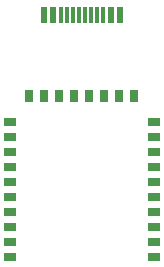
<source format=gbr>
G04 #@! TF.GenerationSoftware,KiCad,Pcbnew,(5.1.9)-1*
G04 #@! TF.CreationDate,2021-01-24T00:06:14-06:00*
G04 #@! TF.ProjectId,BlueMicro840,426c7565-4d69-4637-926f-3834302e6b69,rev?*
G04 #@! TF.SameCoordinates,Original*
G04 #@! TF.FileFunction,Paste,Bot*
G04 #@! TF.FilePolarity,Positive*
%FSLAX46Y46*%
G04 Gerber Fmt 4.6, Leading zero omitted, Abs format (unit mm)*
G04 Created by KiCad (PCBNEW (5.1.9)-1) date 2021-01-24 00:06:14*
%MOMM*%
%LPD*%
G01*
G04 APERTURE LIST*
%ADD10R,1.000000X0.650000*%
%ADD11R,0.650000X1.000000*%
%ADD12R,0.300000X1.450000*%
%ADD13R,0.600000X1.450000*%
G04 APERTURE END LIST*
D10*
X97682533Y-126322775D03*
X97682533Y-127592775D03*
X97682533Y-128862775D03*
X97682533Y-130132775D03*
X97682533Y-131402775D03*
X97682533Y-132672775D03*
X97682533Y-133942775D03*
X97682533Y-135212775D03*
X97682533Y-136482775D03*
X97682533Y-137752775D03*
X109920533Y-130132775D03*
X109920533Y-137752775D03*
X109920533Y-131402775D03*
X109920533Y-136482775D03*
X109920533Y-135212775D03*
X109920533Y-133942775D03*
X109920533Y-128862775D03*
X109920533Y-132672775D03*
X109920533Y-127592775D03*
X109920533Y-126322775D03*
D11*
X106951533Y-124103775D03*
X99331533Y-124103775D03*
X105681533Y-124103775D03*
X100601533Y-124103775D03*
X101871533Y-124103775D03*
X103141533Y-124103775D03*
X108221533Y-124103775D03*
X104411533Y-124103775D03*
D12*
X103551533Y-117257775D03*
X104051533Y-117257775D03*
X104551533Y-117257775D03*
X103051533Y-117257775D03*
X105051533Y-117257775D03*
X102551533Y-117257775D03*
X105551533Y-117257775D03*
X102051533Y-117257775D03*
D13*
X101351533Y-117257775D03*
X106251533Y-117257775D03*
X100576533Y-117257775D03*
X107026533Y-117257775D03*
M02*

</source>
